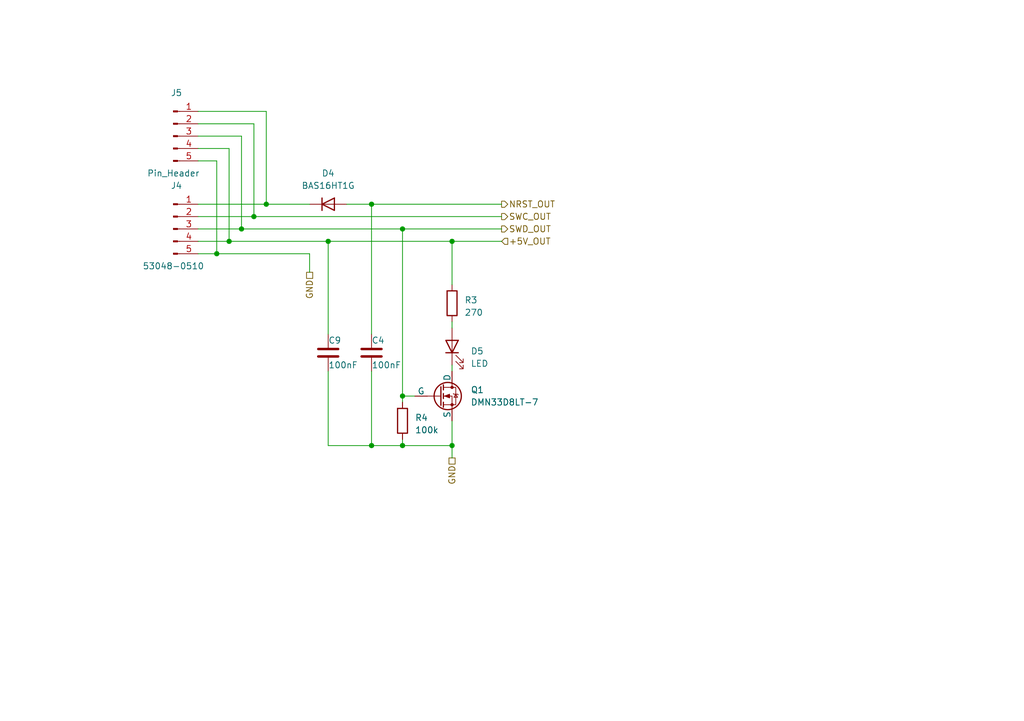
<source format=kicad_sch>
(kicad_sch (version 20231120) (generator "eeschema") (generator_version "8.0")
  (paper "A5")
  (title_block (date "2023-05-14") (rev "1"))
  (lib_symbols
    (symbol "Connector:Conn_01x05_Pin" (pin_names (offset 1.016) hide)
      (property "Reference" "J" (at 0 7.62 0))
      (property "Value" "Conn_01x05_Pin" (at 0 -7.62 0))
      (symbol "Conn_01x05_Pin_1_1"
        (polyline (pts (xy 1.27 -5.08) (xy 0.8636 -5.08)) (stroke (width 0.1524)))
        (polyline (pts (xy 1.27 -2.54) (xy 0.8636 -2.54)) (stroke (width 0.1524)))
        (polyline (pts (xy 1.27 0) (xy 0.8636 0)) (stroke (width 0.1524)))
        (polyline (pts (xy 1.27 2.54) (xy 0.8636 2.54)) (stroke (width 0.1524)))
        (polyline (pts (xy 1.27 5.08) (xy 0.8636 5.08)) (stroke (width 0.1524)))
        (rectangle (start 0.8636 -4.953) (end 0 -5.207) (stroke (width 0.1524)) (fill (type outline)))
        (rectangle (start 0.8636 -2.413) (end 0 -2.667) (stroke (width 0.1524)) (fill (type outline)))
        (rectangle (start 0.8636 0.127) (end 0 -0.127) (stroke (width 0.1524)) (fill (type outline)))
        (rectangle (start 0.8636 2.667) (end 0 2.413) (stroke (width 0.1524)) (fill (type outline)))
        (rectangle (start 0.8636 5.207) (end 0 4.953) (stroke (width 0.1524)) (fill (type outline)))
        (pin passive line (at 5.08 5.08 180) (length 3.81) (name "Pin_1") (number "1"))
        (pin passive line (at 5.08 2.54 180) (length 3.81) (name "Pin_2") (number "2"))
        (pin passive line (at 5.08 0 180) (length 3.81) (name "Pin_3") (number "3"))
        (pin passive line (at 5.08 -2.54 180) (length 3.81) (name "Pin_4") (number "4"))
        (pin passive line (at 5.08 -5.08 180) (length 3.81) (name "Pin_5") (number "5"))
      )
    )
    (symbol "Device:C" (pin_numbers hide) (pin_names (offset 0.254))
      (property "Reference" "C" (at 0.635 2.54 0))
      (property "Value" "C" (at 0.635 -2.54 0))
      (symbol "C_0_1"
        (polyline (pts (xy -2.032 -0.762) (xy 2.032 -0.762)) (stroke (width 0.508)))
        (polyline (pts (xy -2.032 0.762) (xy 2.032 0.762)) (stroke (width 0.508)))
      )
      (symbol "C_1_1"
        (pin passive line (at 0 3.81 270) (length 2.794) (name "~") (number "1"))
        (pin passive line (at 0 -3.81 90) (length 2.794) (name "~") (number "2"))
      )
    )
    (symbol "Device:D" (pin_numbers hide) (pin_names (offset 1.016) hide)
      (property "Reference" "D" (at 0 2.54 0))
      (property "Value" "D" (at 0 -2.54 0))
      (symbol "D_0_1"
        (polyline (pts (xy -1.27 1.27) (xy -1.27 -1.27)) (stroke (width 0.254)))
        (polyline (pts (xy 1.27 0) (xy -1.27 0)))
        (polyline (pts (xy 1.27 1.27) (xy 1.27 -1.27) (xy -1.27 0) (xy 1.27 1.27)) (stroke (width 0.254)))
      )
      (symbol "D_1_1"
        (pin passive line (at -3.81 0 0) (length 2.54) (name "K") (number "1"))
        (pin passive line (at 3.81 0 180) (length 2.54) (name "A") (number "2"))
      )
    )
    (symbol "Device:LED" (pin_numbers hide) (pin_names (offset 1.016) hide)
      (property "Reference" "D" (at 0 2.54 0))
      (property "Value" "LED" (at 0 -2.54 0))
      (symbol "LED_0_1"
        (polyline (pts (xy -1.27 -1.27) (xy -1.27 1.27)) (stroke (width 0.254)))
        (polyline (pts (xy -1.27 0) (xy 1.27 0)))
        (polyline (pts (xy 1.27 -1.27) (xy 1.27 1.27) (xy -1.27 0) (xy 1.27 -1.27)) (stroke (width 0.254)))
        (polyline (pts (xy -3.048 -0.762) (xy -4.572 -2.286) (xy -3.81 -2.286) (xy -4.572 -2.286) (xy -4.572 -1.524)))
        (polyline (pts (xy -1.778 -0.762) (xy -3.302 -2.286) (xy -2.54 -2.286) (xy -3.302 -2.286) (xy -3.302 -1.524)))
      )
      (symbol "LED_1_1"
        (pin passive line (at -3.81 0 0) (length 2.54) (name "K") (number "1"))
        (pin passive line (at 3.81 0 180) (length 2.54) (name "A") (number "2"))
      )
    )
    (symbol "Device:R" (pin_numbers hide) (pin_names (offset 0))
      (property "Reference" "R" (at 2.032 0 90))
      (property "Value" "R" (at 0 0 90))
      (symbol "R_0_1"
        (rectangle (start -1.016 -2.54) (end 1.016 2.54) (stroke (width 0.254)))
      )
      (symbol "R_1_1"
        (pin passive line (at 0 3.81 270) (length 1.27) (name "~") (number "1"))
        (pin passive line (at 0 -3.81 90) (length 1.27) (name "~") (number "2"))
      )
    )
    (symbol "Simulation_SPICE:NMOS" (pin_numbers hide) (pin_names (offset 0))
      (property "Reference" "Q" (at 5.08 1.27 0))
      (property "Value" "NMOS" (at 5.08 -1.27 0))
      (symbol "NMOS_0_1"
        (polyline (pts (xy 0.254 0) (xy -2.54 0)))
        (polyline (pts (xy 0.254 1.905) (xy 0.254 -1.905)) (stroke (width 0.254)))
        (polyline (pts (xy 0.762 -1.27) (xy 0.762 -2.286)) (stroke (width 0.254)))
        (polyline (pts (xy 0.762 0.508) (xy 0.762 -0.508)) (stroke (width 0.254)))
        (polyline (pts (xy 0.762 2.286) (xy 0.762 1.27)) (stroke (width 0.254)))
        (polyline (pts (xy 2.54 2.54) (xy 2.54 1.778)))
        (polyline (pts (xy 2.54 -2.54) (xy 2.54 0) (xy 0.762 0)))
        (polyline (pts (xy 0.762 -1.778) (xy 3.302 -1.778) (xy 3.302 1.778) (xy 0.762 1.778)))
        (polyline (pts (xy 1.016 0) (xy 2.032 0.381) (xy 2.032 -0.381) (xy 1.016 0)) (fill (type outline)))
        (polyline (pts (xy 2.794 0.508) (xy 2.921 0.381) (xy 3.683 0.381) (xy 3.81 0.254)))
        (polyline (pts (xy 3.302 0.381) (xy 2.921 -0.254) (xy 3.683 -0.254) (xy 3.302 0.381)))
        (circle (center 1.651 0) (radius 2.794) (stroke (width 0.254)))
        (circle (center 2.54 -1.778) (radius 0.254) (fill (type outline)))
        (circle (center 2.54 1.778) (radius 0.254) (fill (type outline)))
      )
      (symbol "NMOS_1_1"
        (pin passive line (at 2.54 5.08 270) (length 2.54) (name "D") (number "1"))
        (pin input line (at -5.08 0 0) (length 2.54) (name "G") (number "2"))
        (pin passive line (at 2.54 -5.08 90) (length 2.54) (name "S") (number "3"))
      )
    )
  )
  (junction (at 44.45 52.07))
  (junction (at 82.55 91.44))
  (junction (at 46.99 49.53))
  (junction (at 49.53 46.99))
  (junction (at 52.07 44.45))
  (junction (at 76.2 91.44))
  (junction (at 54.61 41.91))
  (junction (at 82.55 81.28))
  (junction (at 76.2 41.91))
  (junction (at 82.55 46.99))
  (junction (at 92.71 91.44))
  (junction (at 67.31 49.53))
  (junction (at 92.71 49.53))
  (wire (pts (xy 54.61 41.91) (xy 63.5 41.91)))
  (wire (pts (xy 82.55 82.55) (xy 82.55 81.28)))
  (wire (pts (xy 67.31 49.53) (xy 92.71 49.53)))
  (wire (pts (xy 52.07 44.45) (xy 102.87 44.45)))
  (wire (pts (xy 82.55 46.99) (xy 102.87 46.99)))
  (wire (pts (xy 76.2 41.91) (xy 102.87 41.91)))
  (wire (pts (xy 40.64 52.07) (xy 44.45 52.07)))
  (wire (pts (xy 92.71 49.53) (xy 102.87 49.53)))
  (wire (pts (xy 67.31 76.2) (xy 67.31 91.44)))
  (wire (pts (xy 40.64 46.99) (xy 49.53 46.99)))
  (wire (pts (xy 46.99 30.48) (xy 46.99 49.53)))
  (wire (pts (xy 40.64 25.4) (xy 52.07 25.4)))
  (wire (pts (xy 63.5 52.07) (xy 63.5 55.88)))
  (wire (pts (xy 71.12 41.91) (xy 76.2 41.91)))
  (wire (pts (xy 92.71 74.93) (xy 92.71 76.2)))
  (wire (pts (xy 49.53 46.99) (xy 82.55 46.99)))
  (wire (pts (xy 40.64 30.48) (xy 46.99 30.48)))
  (wire (pts (xy 44.45 33.02) (xy 44.45 52.07)))
  (wire (pts (xy 40.64 27.94) (xy 49.53 27.94)))
  (wire (pts (xy 40.64 49.53) (xy 46.99 49.53)))
  (wire (pts (xy 49.53 27.94) (xy 49.53 46.99)))
  (wire (pts (xy 76.2 91.44) (xy 82.55 91.44)))
  (wire (pts (xy 92.71 86.36) (xy 92.71 91.44)))
  (wire (pts (xy 40.64 22.86) (xy 54.61 22.86)))
  (wire (pts (xy 82.55 91.44) (xy 92.71 91.44)))
  (wire (pts (xy 82.55 90.17) (xy 82.55 91.44)))
  (wire (pts (xy 82.55 81.28) (xy 85.09 81.28)))
  (wire (pts (xy 52.07 25.4) (xy 52.07 44.45)))
  (wire (pts (xy 76.2 76.2) (xy 76.2 91.44)))
  (wire (pts (xy 67.31 91.44) (xy 76.2 91.44)))
  (wire (pts (xy 76.2 41.91) (xy 76.2 68.58)))
  (wire (pts (xy 40.64 41.91) (xy 54.61 41.91)))
  (wire (pts (xy 92.71 49.53) (xy 92.71 58.42)))
  (wire (pts (xy 82.55 46.99) (xy 82.55 81.28)))
  (wire (pts (xy 46.99 49.53) (xy 67.31 49.53)))
  (wire (pts (xy 40.64 33.02) (xy 44.45 33.02)))
  (wire (pts (xy 44.45 52.07) (xy 63.5 52.07)))
  (wire (pts (xy 92.71 66.04) (xy 92.71 67.31)))
  (wire (pts (xy 54.61 22.86) (xy 54.61 41.91)))
  (wire (pts (xy 67.31 49.53) (xy 67.31 68.58)))
  (wire (pts (xy 40.64 44.45) (xy 52.07 44.45)))
  (wire (pts (xy 92.71 91.44) (xy 92.71 93.98)))
  (hierarchical_label "GND" (shape passive) (at 63.5 55.88 270))
  (hierarchical_label "SWD_OUT" (shape output) (at 102.87 46.99 0))
  (hierarchical_label "+5V_OUT" (shape input) (at 102.87 49.53 0))
  (hierarchical_label "SWC_OUT" (shape output) (at 102.87 44.45 0))
  (hierarchical_label "NRST_OUT" (shape output) (at 102.87 41.91 0))
  (hierarchical_label "GND" (shape passive) (at 92.71 93.98 270))
  (symbol (lib_id "Device:R") (at 82.55 86.36 0) (unit 1)
    (property "Reference" "R4" (at 85.09 85.725 0) (effects (justify left)))
    (property "Value" "100k" (at 85.09 88.265 0) (effects (justify left)))
    (property "Footprint" "Resistor_SMD:R_0603_1608Metric" (effects (hide yes)))
  )
  (symbol (lib_id "Connector:Conn_01x05_Pin") (at 35.56 27.94 0) (unit 1)
    (property "Reference" "J5" (at 36.195 19.05 0))
    (property "Value" "Pin_Header" (at 35.56 35.56 0))
    (property "Footprint" "Connector_PinHeader_2.54mm:PinHeader_1x05_P2.54mm_Horizontal" (effects (hide yes)))
  )
  (symbol (lib_id "Device:C") (at 67.31 72.39 0) (unit 1)
    (property "Reference" "C9" (at 67.31 69.85 0) (effects (justify left)))
    (property "Value" "100nF" (at 67.31 74.93 0) (effects (justify left)))
    (property "Footprint" "Capacitor_SMD:C_0603_1608Metric" (effects (hide yes)))
  )
  (symbol (lib_id "Device:R") (at 92.71 62.23 0) (unit 1)
    (property "Reference" "R3" (at 95.25 61.595 0) (effects (justify left)))
    (property "Value" "270" (at 95.25 64.135 0) (effects (justify left)))
    (property "Footprint" "Resistor_SMD:R_0603_1608Metric" (effects (hide yes)))
  )
  (symbol (lib_id "Device:D") (at 67.31 41.91 0) (unit 1)
    (property "Reference" "D4" (at 67.31 35.56 0))
    (property "Value" "BAS16HT1G" (at 67.31 38.1 0))
    (property "Footprint" "Diode_SMD:D_SOD-323" (effects (hide yes)))
    (property "Sim.Device" "D" (effects (hide yes)))
    (property "Sim.Pins" "1=K 2=A" (effects (hide yes)))
  )
  (symbol (lib_id "Simulation_SPICE:NMOS") (at 90.17 81.28 0) (unit 1)
    (property "Reference" "Q1" (at 96.52 80.01 0) (effects (justify left)))
    (property "Value" "DMN33D8LT-7" (at 96.52 82.55 0) (effects (justify left)))
    (property "Footprint" "Package_TO_SOT_SMD:SOT-523" (effects (hide yes)))
    (property "Datasheet" "https://ngspice.sourceforge.io/docs/ngspice-manual.pdf" (effects (hide yes)))
    (property "Sim.Device" "NMOS" (effects (hide yes)))
    (property "Sim.Type" "VDMOS" (effects (hide yes)))
    (property "Sim.Pins" "1=D 2=G 3=S" (effects (hide yes)))
  )
  (symbol (lib_id "Device:C") (at 76.2 72.39 0) (unit 1)
    (property "Reference" "C4" (at 76.2 69.85 0) (effects (justify left)))
    (property "Value" "100nF" (at 76.2 74.93 0) (effects (justify left)))
    (property "Footprint" "Capacitor_SMD:C_0603_1608Metric" (effects (hide yes)))
  )
  (symbol (lib_id "Device:LED") (at 92.71 71.12 90) (unit 1)
    (property "Reference" "D5" (at 96.52 72.0725 90) (effects (justify right)))
    (property "Value" "LED" (at 96.52 74.6125 90) (effects (justify right)))
    (property "Footprint" "LED_SMD:LED_0805_2012Metric" (effects (hide yes)))
  )
  (symbol (lib_id "Connector:Conn_01x05_Pin") (at 35.56 46.99 0) (unit 1)
    (property "Reference" "J4" (at 36.195 38.1 0))
    (property "Value" "53048-0510" (at 35.56 54.61 0))
    (property "Footprint" "Connector_Molex:Molex_PicoBlade_53048-0510_1x05_P1.25mm_Horizontal" (effects (hide yes)))
  )
)
</source>
